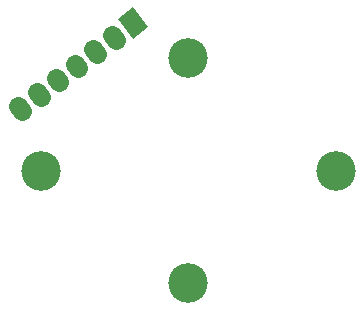
<source format=gbs>
G04 #@! TF.FileFunction,Soldermask,Bot*
%FSLAX46Y46*%
G04 Gerber Fmt 4.6, Leading zero omitted, Abs format (unit mm)*
G04 Created by KiCad (PCBNEW 4.0.7+dfsg1-1) date Wed Jan 17 01:01:51 2018*
%MOMM*%
%LPD*%
G01*
G04 APERTURE LIST*
%ADD10C,0.100000*%
%ADD11C,1.598880*%
%ADD12C,3.346400*%
G04 APERTURE END LIST*
D10*
G36*
X84790938Y-82683318D02*
X86060148Y-84355441D01*
X84786592Y-85322122D01*
X83517382Y-83649999D01*
X84790938Y-82683318D01*
X84790938Y-82683318D01*
G37*
D11*
X83347783Y-85410585D02*
X83045253Y-85012017D01*
X81753512Y-86620702D02*
X81450982Y-86222134D01*
X80161265Y-87829284D02*
X79858735Y-87430716D01*
X78569018Y-89037866D02*
X78266488Y-88639298D01*
X76974747Y-90247983D02*
X76672217Y-89849415D01*
X75382500Y-91456564D02*
X75079970Y-91057996D01*
D12*
X102000000Y-96520000D03*
X89500000Y-87000000D03*
X89500000Y-106000000D03*
X77000000Y-96500000D03*
M02*

</source>
